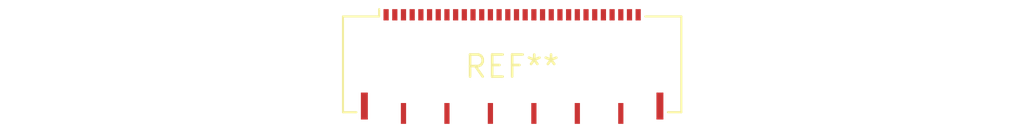
<source format=kicad_pcb>
(kicad_pcb (version 20240108) (generator pcbnew)
  (layers (0 "F.Cu" signal) (31 "B.Cu" signal) (34 "B.Paste" user) (35 "F.Paste" user) (36 "B.SilkS" user "B.Silkscreen") (37 "F.SilkS" user "F.Silkscreen") (38 "B.Mask" user) (39 "F.Mask" user) (44 "Edge.Cuts" user))
  (net 0 "")
  (footprint "Hirose_FH41-30S-0.5SH_1x30_1MP_1SH_P0.5mm_Horizontal" (layer "F.Cu") (at 0 0)
    (property "Reference" "REF**")
    (property "Value" "Hirose_FH41-30S-0.5SH_1x30_1MP_1SH_P0.5mm_Horizontal")
    (fp_line (start -9.73 -2.88) (end -9.73 2.63) (layer "F.SilkS") (stroke (width 0.12)))
    (fp_line (start -9.73 2.63) (end -8.96 2.63) (layer "F.SilkS") (stroke (width 0.12)))
    (fp_line (start -7.66 -2.88) (end -9.73 -2.88) (layer "F.SilkS") (stroke (width 0.12)))
    (fp_line (start -7.65 -2.88) (end -7.65 -3.3) (layer "F.SilkS") (stroke (width 0.12)))
    (fp_line (start 7.66 -2.88) (end 9.73 -2.88) (layer "F.SilkS") (stroke (width 0.12)))
    (fp_line (start 9.73 -2.88) (end 9.73 2.63) (layer "F.SilkS") (stroke (width 0.12)))
    (fp_line (start 9.73 2.63) (end 8.96 2.63) (layer "F.SilkS") (stroke (width 0.12)))
    (pad "1" smd rect (at -7.25 -2.975) (size 0.3 0.65) (layers "F.Cu" "F.Paste" "F.Mask"))
    (pad "2" smd rect (at -6.75 -2.975) (size 0.3 0.65) (layers "F.Cu" "F.Paste" "F.Mask"))
    (pad "3" smd rect (at -6.25 -2.975) (size 0.3 0.65) (layers "F.Cu" "F.Paste" "F.Mask"))
    (pad "4" smd rect (at -5.75 -2.975) (size 0.3 0.65) (layers "F.Cu" "F.Paste" "F.Mask"))
    (pad "5" smd rect (at -5.25 -2.975) (size 0.3 0.65) (layers "F.Cu" "F.Paste" "F.Mask"))
    (pad "6" smd rect (at -4.75 -2.975) (size 0.3 0.65) (layers "F.Cu" "F.Paste" "F.Mask"))
    (pad "7" smd rect (at -4.25 -2.975) (size 0.3 0.65) (layers "F.Cu" "F.Paste" "F.Mask"))
    (pad "8" smd rect (at -3.75 -2.975) (size 0.3 0.65) (layers "F.Cu" "F.Paste" "F.Mask"))
    (pad "9" smd rect (at -3.25 -2.975) (size 0.3 0.65) (layers "F.Cu" "F.Paste" "F.Mask"))
    (pad "10" smd rect (at -2.75 -2.975) (size 0.3 0.65) (layers "F.Cu" "F.Paste" "F.Mask"))
    (pad "11" smd rect (at -2.25 -2.975) (size 0.3 0.65) (layers "F.Cu" "F.Paste" "F.Mask"))
    (pad "12" smd rect (at -1.75 -2.975) (size 0.3 0.65) (layers "F.Cu" "F.Paste" "F.Mask"))
    (pad "13" smd rect (at -1.25 -2.975) (size 0.3 0.65) (layers "F.Cu" "F.Paste" "F.Mask"))
    (pad "14" smd rect (at -0.75 -2.975) (size 0.3 0.65) (layers "F.Cu" "F.Paste" "F.Mask"))
    (pad "15" smd rect (at -0.25 -2.975) (size 0.3 0.65) (layers "F.Cu" "F.Paste" "F.Mask"))
    (pad "16" smd rect (at 0.25 -2.975) (size 0.3 0.65) (layers "F.Cu" "F.Paste" "F.Mask"))
    (pad "17" smd rect (at 0.75 -2.975) (size 0.3 0.65) (layers "F.Cu" "F.Paste" "F.Mask"))
    (pad "18" smd rect (at 1.25 -2.975) (size 0.3 0.65) (layers "F.Cu" "F.Paste" "F.Mask"))
    (pad "19" smd rect (at 1.75 -2.975) (size 0.3 0.65) (layers "F.Cu" "F.Paste" "F.Mask"))
    (pad "20" smd rect (at 2.25 -2.975) (size 0.3 0.65) (layers "F.Cu" "F.Paste" "F.Mask"))
    (pad "21" smd rect (at 2.75 -2.975) (size 0.3 0.65) (layers "F.Cu" "F.Paste" "F.Mask"))
    (pad "22" smd rect (at 3.25 -2.975) (size 0.3 0.65) (layers "F.Cu" "F.Paste" "F.Mask"))
    (pad "23" smd rect (at 3.75 -2.975) (size 0.3 0.65) (layers "F.Cu" "F.Paste" "F.Mask"))
    (pad "24" smd rect (at 4.25 -2.975) (size 0.3 0.65) (layers "F.Cu" "F.Paste" "F.Mask"))
    (pad "25" smd rect (at 4.75 -2.975) (size 0.3 0.65) (layers "F.Cu" "F.Paste" "F.Mask"))
    (pad "26" smd rect (at 5.25 -2.975) (size 0.3 0.65) (layers "F.Cu" "F.Paste" "F.Mask"))
    (pad "27" smd rect (at 5.75 -2.975) (size 0.3 0.65) (layers "F.Cu" "F.Paste" "F.Mask"))
    (pad "28" smd rect (at 6.25 -2.975) (size 0.3 0.65) (layers "F.Cu" "F.Paste" "F.Mask"))
    (pad "29" smd rect (at 6.75 -2.975) (size 0.3 0.65) (layers "F.Cu" "F.Paste" "F.Mask"))
    (pad "30" smd rect (at 7.25 -2.975) (size 0.3 0.65) (layers "F.Cu" "F.Paste" "F.Mask"))
    (pad "MP" smd rect (at -8.5 2.275) (size 0.4 1.55) (layers "F.Cu" "F.Paste" "F.Mask"))
    (pad "MP" smd rect (at 8.5 2.275) (size 0.4 1.55) (layers "F.Cu" "F.Paste" "F.Mask"))
    (pad "SH" smd rect (at -6.25 2.7) (size 0.3 1.2) (layers "F.Cu" "F.Paste" "F.Mask"))
    (pad "SH" smd rect (at -3.75 2.7) (size 0.3 1.2) (layers "F.Cu" "F.Paste" "F.Mask"))
    (pad "SH" smd rect (at -1.25 2.7) (size 0.3 1.2) (layers "F.Cu" "F.Paste" "F.Mask"))
    (pad "SH" smd rect (at 1.25 2.7) (size 0.3 1.2) (layers "F.Cu" "F.Paste" "F.Mask"))
    (pad "SH" smd rect (at 3.75 2.7) (size 0.3 1.2) (layers "F.Cu" "F.Paste" "F.Mask"))
    (pad "SH" smd rect (at 6.25 2.7) (size 0.3 1.2) (layers "F.Cu" "F.Paste" "F.Mask"))
  )
)
</source>
